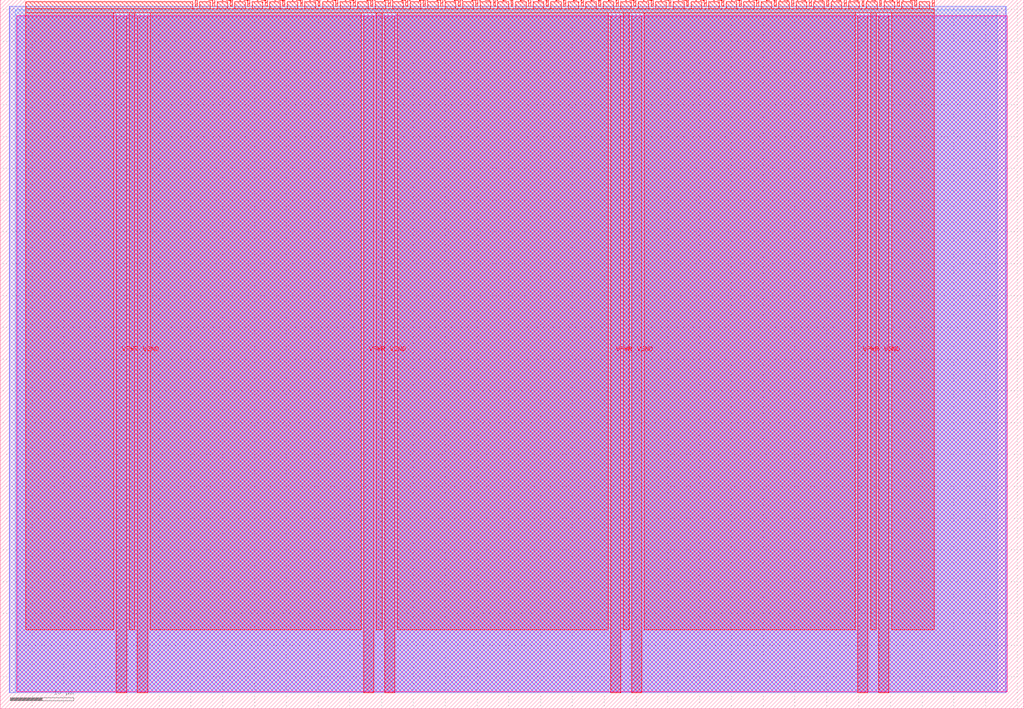
<source format=lef>
VERSION 5.7 ;
  NOWIREEXTENSIONATPIN ON ;
  DIVIDERCHAR "/" ;
  BUSBITCHARS "[]" ;
MACRO tt_um_arandomdev_fir_engine_top
  CLASS BLOCK ;
  FOREIGN tt_um_arandomdev_fir_engine_top ;
  ORIGIN 0.000 0.000 ;
  SIZE 161.000 BY 111.520 ;
  PIN VGND
    DIRECTION INOUT ;
    USE GROUND ;
    PORT
      LAYER met4 ;
        RECT 21.580 2.480 23.180 109.040 ;
    END
    PORT
      LAYER met4 ;
        RECT 60.450 2.480 62.050 109.040 ;
    END
    PORT
      LAYER met4 ;
        RECT 99.320 2.480 100.920 109.040 ;
    END
    PORT
      LAYER met4 ;
        RECT 138.190 2.480 139.790 109.040 ;
    END
  END VGND
  PIN VPWR
    DIRECTION INOUT ;
    USE POWER ;
    PORT
      LAYER met4 ;
        RECT 18.280 2.480 19.880 109.040 ;
    END
    PORT
      LAYER met4 ;
        RECT 57.150 2.480 58.750 109.040 ;
    END
    PORT
      LAYER met4 ;
        RECT 96.020 2.480 97.620 109.040 ;
    END
    PORT
      LAYER met4 ;
        RECT 134.890 2.480 136.490 109.040 ;
    END
  END VPWR
  PIN clk
    DIRECTION INPUT ;
    USE SIGNAL ;
    ANTENNAGATEAREA 0.852000 ;
    PORT
      LAYER met4 ;
        RECT 143.830 110.520 144.130 111.520 ;
    END
  END clk
  PIN ena
    DIRECTION INPUT ;
    USE SIGNAL ;
    PORT
      LAYER met4 ;
        RECT 146.590 110.520 146.890 111.520 ;
    END
  END ena
  PIN rst_n
    DIRECTION INPUT ;
    USE SIGNAL ;
    ANTENNAGATEAREA 0.126000 ;
    PORT
      LAYER met4 ;
        RECT 141.070 110.520 141.370 111.520 ;
    END
  END rst_n
  PIN ui_in[0]
    DIRECTION INPUT ;
    USE SIGNAL ;
    ANTENNAGATEAREA 0.196500 ;
    PORT
      LAYER met4 ;
        RECT 138.310 110.520 138.610 111.520 ;
    END
  END ui_in[0]
  PIN ui_in[1]
    DIRECTION INPUT ;
    USE SIGNAL ;
    ANTENNAGATEAREA 0.196500 ;
    PORT
      LAYER met4 ;
        RECT 135.550 110.520 135.850 111.520 ;
    END
  END ui_in[1]
  PIN ui_in[2]
    DIRECTION INPUT ;
    USE SIGNAL ;
    PORT
      LAYER met4 ;
        RECT 132.790 110.520 133.090 111.520 ;
    END
  END ui_in[2]
  PIN ui_in[3]
    DIRECTION INPUT ;
    USE SIGNAL ;
    ANTENNAGATEAREA 0.196500 ;
    PORT
      LAYER met4 ;
        RECT 130.030 110.520 130.330 111.520 ;
    END
  END ui_in[3]
  PIN ui_in[4]
    DIRECTION INPUT ;
    USE SIGNAL ;
    PORT
      LAYER met4 ;
        RECT 127.270 110.520 127.570 111.520 ;
    END
  END ui_in[4]
  PIN ui_in[5]
    DIRECTION INPUT ;
    USE SIGNAL ;
    PORT
      LAYER met4 ;
        RECT 124.510 110.520 124.810 111.520 ;
    END
  END ui_in[5]
  PIN ui_in[6]
    DIRECTION INPUT ;
    USE SIGNAL ;
    PORT
      LAYER met4 ;
        RECT 121.750 110.520 122.050 111.520 ;
    END
  END ui_in[6]
  PIN ui_in[7]
    DIRECTION INPUT ;
    USE SIGNAL ;
    PORT
      LAYER met4 ;
        RECT 118.990 110.520 119.290 111.520 ;
    END
  END ui_in[7]
  PIN uio_in[0]
    DIRECTION INPUT ;
    USE SIGNAL ;
    PORT
      LAYER met4 ;
        RECT 116.230 110.520 116.530 111.520 ;
    END
  END uio_in[0]
  PIN uio_in[1]
    DIRECTION INPUT ;
    USE SIGNAL ;
    PORT
      LAYER met4 ;
        RECT 113.470 110.520 113.770 111.520 ;
    END
  END uio_in[1]
  PIN uio_in[2]
    DIRECTION INPUT ;
    USE SIGNAL ;
    PORT
      LAYER met4 ;
        RECT 110.710 110.520 111.010 111.520 ;
    END
  END uio_in[2]
  PIN uio_in[3]
    DIRECTION INPUT ;
    USE SIGNAL ;
    PORT
      LAYER met4 ;
        RECT 107.950 110.520 108.250 111.520 ;
    END
  END uio_in[3]
  PIN uio_in[4]
    DIRECTION INPUT ;
    USE SIGNAL ;
    PORT
      LAYER met4 ;
        RECT 105.190 110.520 105.490 111.520 ;
    END
  END uio_in[4]
  PIN uio_in[5]
    DIRECTION INPUT ;
    USE SIGNAL ;
    PORT
      LAYER met4 ;
        RECT 102.430 110.520 102.730 111.520 ;
    END
  END uio_in[5]
  PIN uio_in[6]
    DIRECTION INPUT ;
    USE SIGNAL ;
    PORT
      LAYER met4 ;
        RECT 99.670 110.520 99.970 111.520 ;
    END
  END uio_in[6]
  PIN uio_in[7]
    DIRECTION INPUT ;
    USE SIGNAL ;
    ANTENNAGATEAREA 0.196500 ;
    PORT
      LAYER met4 ;
        RECT 96.910 110.520 97.210 111.520 ;
    END
  END uio_in[7]
  PIN uio_oe[0]
    DIRECTION OUTPUT ;
    USE SIGNAL ;
    PORT
      LAYER met4 ;
        RECT 49.990 110.520 50.290 111.520 ;
    END
  END uio_oe[0]
  PIN uio_oe[1]
    DIRECTION OUTPUT ;
    USE SIGNAL ;
    PORT
      LAYER met4 ;
        RECT 47.230 110.520 47.530 111.520 ;
    END
  END uio_oe[1]
  PIN uio_oe[2]
    DIRECTION OUTPUT ;
    USE SIGNAL ;
    PORT
      LAYER met4 ;
        RECT 44.470 110.520 44.770 111.520 ;
    END
  END uio_oe[2]
  PIN uio_oe[3]
    DIRECTION OUTPUT ;
    USE SIGNAL ;
    PORT
      LAYER met4 ;
        RECT 41.710 110.520 42.010 111.520 ;
    END
  END uio_oe[3]
  PIN uio_oe[4]
    DIRECTION OUTPUT ;
    USE SIGNAL ;
    PORT
      LAYER met4 ;
        RECT 38.950 110.520 39.250 111.520 ;
    END
  END uio_oe[4]
  PIN uio_oe[5]
    DIRECTION OUTPUT ;
    USE SIGNAL ;
    PORT
      LAYER met4 ;
        RECT 36.190 110.520 36.490 111.520 ;
    END
  END uio_oe[5]
  PIN uio_oe[6]
    DIRECTION OUTPUT ;
    USE SIGNAL ;
    PORT
      LAYER met4 ;
        RECT 33.430 110.520 33.730 111.520 ;
    END
  END uio_oe[6]
  PIN uio_oe[7]
    DIRECTION OUTPUT ;
    USE SIGNAL ;
    PORT
      LAYER met4 ;
        RECT 30.670 110.520 30.970 111.520 ;
    END
  END uio_oe[7]
  PIN uio_out[0]
    DIRECTION OUTPUT ;
    USE SIGNAL ;
    ANTENNADIFFAREA 0.445500 ;
    PORT
      LAYER met4 ;
        RECT 72.070 110.520 72.370 111.520 ;
    END
  END uio_out[0]
  PIN uio_out[1]
    DIRECTION OUTPUT ;
    USE SIGNAL ;
    ANTENNADIFFAREA 0.445500 ;
    PORT
      LAYER met4 ;
        RECT 69.310 110.520 69.610 111.520 ;
    END
  END uio_out[1]
  PIN uio_out[2]
    DIRECTION OUTPUT ;
    USE SIGNAL ;
    ANTENNADIFFAREA 0.445500 ;
    PORT
      LAYER met4 ;
        RECT 66.550 110.520 66.850 111.520 ;
    END
  END uio_out[2]
  PIN uio_out[3]
    DIRECTION OUTPUT ;
    USE SIGNAL ;
    ANTENNADIFFAREA 0.445500 ;
    PORT
      LAYER met4 ;
        RECT 63.790 110.520 64.090 111.520 ;
    END
  END uio_out[3]
  PIN uio_out[4]
    DIRECTION OUTPUT ;
    USE SIGNAL ;
    ANTENNADIFFAREA 0.445500 ;
    PORT
      LAYER met4 ;
        RECT 61.030 110.520 61.330 111.520 ;
    END
  END uio_out[4]
  PIN uio_out[5]
    DIRECTION OUTPUT ;
    USE SIGNAL ;
    ANTENNADIFFAREA 0.445500 ;
    PORT
      LAYER met4 ;
        RECT 58.270 110.520 58.570 111.520 ;
    END
  END uio_out[5]
  PIN uio_out[6]
    DIRECTION OUTPUT ;
    USE SIGNAL ;
    ANTENNADIFFAREA 0.445500 ;
    PORT
      LAYER met4 ;
        RECT 55.510 110.520 55.810 111.520 ;
    END
  END uio_out[6]
  PIN uio_out[7]
    DIRECTION OUTPUT ;
    USE SIGNAL ;
    PORT
      LAYER met4 ;
        RECT 52.750 110.520 53.050 111.520 ;
    END
  END uio_out[7]
  PIN uo_out[0]
    DIRECTION OUTPUT ;
    USE SIGNAL ;
    PORT
      LAYER met4 ;
        RECT 94.150 110.520 94.450 111.520 ;
    END
  END uo_out[0]
  PIN uo_out[1]
    DIRECTION OUTPUT ;
    USE SIGNAL ;
    PORT
      LAYER met4 ;
        RECT 91.390 110.520 91.690 111.520 ;
    END
  END uo_out[1]
  PIN uo_out[2]
    DIRECTION OUTPUT ;
    USE SIGNAL ;
    PORT
      LAYER met4 ;
        RECT 88.630 110.520 88.930 111.520 ;
    END
  END uo_out[2]
  PIN uo_out[3]
    DIRECTION OUTPUT ;
    USE SIGNAL ;
    PORT
      LAYER met4 ;
        RECT 85.870 110.520 86.170 111.520 ;
    END
  END uo_out[3]
  PIN uo_out[4]
    DIRECTION OUTPUT ;
    USE SIGNAL ;
    PORT
      LAYER met4 ;
        RECT 83.110 110.520 83.410 111.520 ;
    END
  END uo_out[4]
  PIN uo_out[5]
    DIRECTION OUTPUT ;
    USE SIGNAL ;
    PORT
      LAYER met4 ;
        RECT 80.350 110.520 80.650 111.520 ;
    END
  END uo_out[5]
  PIN uo_out[6]
    DIRECTION OUTPUT ;
    USE SIGNAL ;
    PORT
      LAYER met4 ;
        RECT 77.590 110.520 77.890 111.520 ;
    END
  END uo_out[6]
  PIN uo_out[7]
    DIRECTION OUTPUT ;
    USE SIGNAL ;
    PORT
      LAYER met4 ;
        RECT 74.830 110.520 75.130 111.520 ;
    END
  END uo_out[7]
  OBS
      LAYER nwell ;
        RECT 2.570 2.635 158.430 108.990 ;
      LAYER li1 ;
        RECT 2.760 2.635 158.240 108.885 ;
      LAYER met1 ;
        RECT 1.450 2.480 158.240 110.460 ;
      LAYER met2 ;
        RECT 1.480 2.535 158.140 110.490 ;
      LAYER met3 ;
        RECT 2.365 2.555 156.795 109.985 ;
      LAYER met4 ;
        RECT 3.975 110.120 30.270 111.170 ;
        RECT 31.370 110.120 33.030 111.170 ;
        RECT 34.130 110.120 35.790 111.170 ;
        RECT 36.890 110.120 38.550 111.170 ;
        RECT 39.650 110.120 41.310 111.170 ;
        RECT 42.410 110.120 44.070 111.170 ;
        RECT 45.170 110.120 46.830 111.170 ;
        RECT 47.930 110.120 49.590 111.170 ;
        RECT 50.690 110.120 52.350 111.170 ;
        RECT 53.450 110.120 55.110 111.170 ;
        RECT 56.210 110.120 57.870 111.170 ;
        RECT 58.970 110.120 60.630 111.170 ;
        RECT 61.730 110.120 63.390 111.170 ;
        RECT 64.490 110.120 66.150 111.170 ;
        RECT 67.250 110.120 68.910 111.170 ;
        RECT 70.010 110.120 71.670 111.170 ;
        RECT 72.770 110.120 74.430 111.170 ;
        RECT 75.530 110.120 77.190 111.170 ;
        RECT 78.290 110.120 79.950 111.170 ;
        RECT 81.050 110.120 82.710 111.170 ;
        RECT 83.810 110.120 85.470 111.170 ;
        RECT 86.570 110.120 88.230 111.170 ;
        RECT 89.330 110.120 90.990 111.170 ;
        RECT 92.090 110.120 93.750 111.170 ;
        RECT 94.850 110.120 96.510 111.170 ;
        RECT 97.610 110.120 99.270 111.170 ;
        RECT 100.370 110.120 102.030 111.170 ;
        RECT 103.130 110.120 104.790 111.170 ;
        RECT 105.890 110.120 107.550 111.170 ;
        RECT 108.650 110.120 110.310 111.170 ;
        RECT 111.410 110.120 113.070 111.170 ;
        RECT 114.170 110.120 115.830 111.170 ;
        RECT 116.930 110.120 118.590 111.170 ;
        RECT 119.690 110.120 121.350 111.170 ;
        RECT 122.450 110.120 124.110 111.170 ;
        RECT 125.210 110.120 126.870 111.170 ;
        RECT 127.970 110.120 129.630 111.170 ;
        RECT 130.730 110.120 132.390 111.170 ;
        RECT 133.490 110.120 135.150 111.170 ;
        RECT 136.250 110.120 137.910 111.170 ;
        RECT 139.010 110.120 140.670 111.170 ;
        RECT 141.770 110.120 143.430 111.170 ;
        RECT 144.530 110.120 146.190 111.170 ;
        RECT 3.975 109.440 146.905 110.120 ;
        RECT 3.975 12.415 17.880 109.440 ;
        RECT 20.280 12.415 21.180 109.440 ;
        RECT 23.580 12.415 56.750 109.440 ;
        RECT 59.150 12.415 60.050 109.440 ;
        RECT 62.450 12.415 95.620 109.440 ;
        RECT 98.020 12.415 98.920 109.440 ;
        RECT 101.320 12.415 134.490 109.440 ;
        RECT 136.890 12.415 137.790 109.440 ;
        RECT 140.190 12.415 146.905 109.440 ;
  END
END tt_um_arandomdev_fir_engine_top
END LIBRARY


</source>
